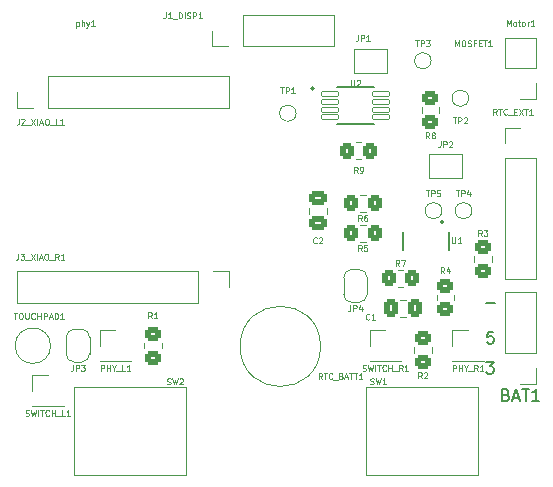
<source format=gto>
G04 #@! TF.GenerationSoftware,KiCad,Pcbnew,(6.0.0-0)*
G04 #@! TF.CreationDate,2022-02-18T10:32:57-06:00*
G04 #@! TF.ProjectId,PhysarumV1,50687973-6172-4756-9d56-312e6b696361,rev?*
G04 #@! TF.SameCoordinates,Original*
G04 #@! TF.FileFunction,Legend,Top*
G04 #@! TF.FilePolarity,Positive*
%FSLAX46Y46*%
G04 Gerber Fmt 4.6, Leading zero omitted, Abs format (unit mm)*
G04 Created by KiCad (PCBNEW (6.0.0-0)) date 2022-02-18 10:32:57*
%MOMM*%
%LPD*%
G01*
G04 APERTURE LIST*
G04 Aperture macros list*
%AMRoundRect*
0 Rectangle with rounded corners*
0 $1 Rounding radius*
0 $2 $3 $4 $5 $6 $7 $8 $9 X,Y pos of 4 corners*
0 Add a 4 corners polygon primitive as box body*
4,1,4,$2,$3,$4,$5,$6,$7,$8,$9,$2,$3,0*
0 Add four circle primitives for the rounded corners*
1,1,$1+$1,$2,$3*
1,1,$1+$1,$4,$5*
1,1,$1+$1,$6,$7*
1,1,$1+$1,$8,$9*
0 Add four rect primitives between the rounded corners*
20,1,$1+$1,$2,$3,$4,$5,0*
20,1,$1+$1,$4,$5,$6,$7,0*
20,1,$1+$1,$6,$7,$8,$9,0*
20,1,$1+$1,$8,$9,$2,$3,0*%
%AMFreePoly0*
4,1,22,0.500000,-0.750000,0.000000,-0.750000,0.000000,-0.745033,-0.079941,-0.743568,-0.215256,-0.701293,-0.333266,-0.622738,-0.424486,-0.514219,-0.481581,-0.384460,-0.499164,-0.250000,-0.500000,-0.250000,-0.500000,0.250000,-0.499164,0.250000,-0.499963,0.256109,-0.478152,0.396186,-0.417904,0.524511,-0.324060,0.630769,-0.204165,0.706417,-0.067858,0.745374,0.000000,0.744959,0.000000,0.750000,
0.500000,0.750000,0.500000,-0.750000,0.500000,-0.750000,$1*%
%AMFreePoly1*
4,1,20,0.000000,0.744959,0.073905,0.744508,0.209726,0.703889,0.328688,0.626782,0.421226,0.519385,0.479903,0.390333,0.500000,0.250000,0.500000,-0.250000,0.499851,-0.262216,0.476331,-0.402017,0.414519,-0.529596,0.319384,-0.634700,0.198574,-0.708877,0.061801,-0.746166,0.000000,-0.745033,0.000000,-0.750000,-0.500000,-0.750000,-0.500000,0.750000,0.000000,0.750000,0.000000,0.744959,
0.000000,0.744959,$1*%
G04 Aperture macros list end*
%ADD10C,0.150000*%
%ADD11C,0.100000*%
%ADD12C,0.125000*%
%ADD13C,0.120000*%
%ADD14C,0.050000*%
%ADD15C,0.127000*%
%ADD16C,0.200000*%
%ADD17R,0.600000X3.300000*%
%ADD18C,1.000000*%
%ADD19RoundRect,0.250000X0.350000X0.450000X-0.350000X0.450000X-0.350000X-0.450000X0.350000X-0.450000X0*%
%ADD20R,1.700000X1.700000*%
%ADD21O,1.700000X1.700000*%
%ADD22R,1.600000X1.600000*%
%ADD23C,1.500000*%
%ADD24R,1.800000X2.500000*%
%ADD25RoundRect,0.250000X0.337500X0.475000X-0.337500X0.475000X-0.337500X-0.475000X0.337500X-0.475000X0*%
%ADD26R,1.700000X2.200000*%
%ADD27RoundRect,0.250000X-0.350000X-0.450000X0.350000X-0.450000X0.350000X0.450000X-0.350000X0.450000X0*%
%ADD28C,2.100000*%
%ADD29RoundRect,0.250000X-0.450000X0.350000X-0.450000X-0.350000X0.450000X-0.350000X0.450000X0.350000X0*%
%ADD30R,1.000000X1.500000*%
%ADD31FreePoly0,270.000000*%
%ADD32FreePoly1,270.000000*%
%ADD33R,0.254000X0.203200*%
%ADD34R,0.254000X0.558800*%
%ADD35R,0.500000X0.800000*%
%ADD36FreePoly0,90.000000*%
%ADD37FreePoly1,90.000000*%
%ADD38RoundRect,0.250000X-0.475000X0.337500X-0.475000X-0.337500X0.475000X-0.337500X0.475000X0.337500X0*%
%ADD39RoundRect,0.250000X0.450000X-0.350000X0.450000X0.350000X-0.450000X0.350000X-0.450000X-0.350000X0*%
%ADD40RoundRect,0.028800X-0.706200X-0.211200X0.706200X-0.211200X0.706200X0.211200X-0.706200X0.211200X0*%
%ADD41C,2.000000*%
G04 APERTURE END LIST*
D10*
X40259047Y-31321428D02*
X41020952Y-31321428D01*
X40306666Y-36282380D02*
X40925714Y-36282380D01*
X40592380Y-36663333D01*
X40735238Y-36663333D01*
X40830476Y-36710952D01*
X40878095Y-36758571D01*
X40925714Y-36853809D01*
X40925714Y-37091904D01*
X40878095Y-37187142D01*
X40830476Y-37234761D01*
X40735238Y-37282380D01*
X40449523Y-37282380D01*
X40354285Y-37234761D01*
X40306666Y-37187142D01*
X40878095Y-33742380D02*
X40401904Y-33742380D01*
X40354285Y-34218571D01*
X40401904Y-34170952D01*
X40497142Y-34123333D01*
X40735238Y-34123333D01*
X40830476Y-34170952D01*
X40878095Y-34218571D01*
X40925714Y-34313809D01*
X40925714Y-34551904D01*
X40878095Y-34647142D01*
X40830476Y-34694761D01*
X40735238Y-34742380D01*
X40497142Y-34742380D01*
X40401904Y-34694761D01*
X40354285Y-34647142D01*
D11*
X5588095Y-7512857D02*
X5588095Y-8012857D01*
X5588095Y-7536666D02*
X5635714Y-7512857D01*
X5730952Y-7512857D01*
X5778571Y-7536666D01*
X5802380Y-7560476D01*
X5826190Y-7608095D01*
X5826190Y-7750952D01*
X5802380Y-7798571D01*
X5778571Y-7822380D01*
X5730952Y-7846190D01*
X5635714Y-7846190D01*
X5588095Y-7822380D01*
X6040476Y-7846190D02*
X6040476Y-7346190D01*
X6254761Y-7846190D02*
X6254761Y-7584285D01*
X6230952Y-7536666D01*
X6183333Y-7512857D01*
X6111904Y-7512857D01*
X6064285Y-7536666D01*
X6040476Y-7560476D01*
X6445238Y-7512857D02*
X6564285Y-7846190D01*
X6683333Y-7512857D02*
X6564285Y-7846190D01*
X6516666Y-7965238D01*
X6492857Y-7989047D01*
X6445238Y-8012857D01*
X7135714Y-7846190D02*
X6850000Y-7846190D01*
X6992857Y-7846190D02*
X6992857Y-7346190D01*
X6945238Y-7417619D01*
X6897619Y-7465238D01*
X6850000Y-7489047D01*
X26380476Y-37746190D02*
X26213809Y-37508095D01*
X26094761Y-37746190D02*
X26094761Y-37246190D01*
X26285238Y-37246190D01*
X26332857Y-37270000D01*
X26356666Y-37293809D01*
X26380476Y-37341428D01*
X26380476Y-37412857D01*
X26356666Y-37460476D01*
X26332857Y-37484285D01*
X26285238Y-37508095D01*
X26094761Y-37508095D01*
X26523333Y-37246190D02*
X26809047Y-37246190D01*
X26666190Y-37746190D02*
X26666190Y-37246190D01*
X27261428Y-37698571D02*
X27237619Y-37722380D01*
X27166190Y-37746190D01*
X27118571Y-37746190D01*
X27047142Y-37722380D01*
X26999523Y-37674761D01*
X26975714Y-37627142D01*
X26951904Y-37531904D01*
X26951904Y-37460476D01*
X26975714Y-37365238D01*
X26999523Y-37317619D01*
X27047142Y-37270000D01*
X27118571Y-37246190D01*
X27166190Y-37246190D01*
X27237619Y-37270000D01*
X27261428Y-37293809D01*
X27356666Y-37793809D02*
X27737619Y-37793809D01*
X28023333Y-37484285D02*
X28094761Y-37508095D01*
X28118571Y-37531904D01*
X28142380Y-37579523D01*
X28142380Y-37650952D01*
X28118571Y-37698571D01*
X28094761Y-37722380D01*
X28047142Y-37746190D01*
X27856666Y-37746190D01*
X27856666Y-37246190D01*
X28023333Y-37246190D01*
X28070952Y-37270000D01*
X28094761Y-37293809D01*
X28118571Y-37341428D01*
X28118571Y-37389047D01*
X28094761Y-37436666D01*
X28070952Y-37460476D01*
X28023333Y-37484285D01*
X27856666Y-37484285D01*
X28332857Y-37603333D02*
X28570952Y-37603333D01*
X28285238Y-37746190D02*
X28451904Y-37246190D01*
X28618571Y-37746190D01*
X28713809Y-37246190D02*
X28999523Y-37246190D01*
X28856666Y-37746190D02*
X28856666Y-37246190D01*
X29094761Y-37246190D02*
X29380476Y-37246190D01*
X29237619Y-37746190D02*
X29237619Y-37246190D01*
X29809047Y-37746190D02*
X29523333Y-37746190D01*
X29666190Y-37746190D02*
X29666190Y-37246190D01*
X29618571Y-37317619D01*
X29570952Y-37365238D01*
X29523333Y-37389047D01*
X35199047Y-21773190D02*
X35484761Y-21773190D01*
X35341904Y-22273190D02*
X35341904Y-21773190D01*
X35651428Y-22273190D02*
X35651428Y-21773190D01*
X35841904Y-21773190D01*
X35889523Y-21797000D01*
X35913333Y-21820809D01*
X35937142Y-21868428D01*
X35937142Y-21939857D01*
X35913333Y-21987476D01*
X35889523Y-22011285D01*
X35841904Y-22035095D01*
X35651428Y-22035095D01*
X36389523Y-21773190D02*
X36151428Y-21773190D01*
X36127619Y-22011285D01*
X36151428Y-21987476D01*
X36199047Y-21963666D01*
X36318095Y-21963666D01*
X36365714Y-21987476D01*
X36389523Y-22011285D01*
X36413333Y-22058904D01*
X36413333Y-22177952D01*
X36389523Y-22225571D01*
X36365714Y-22249380D01*
X36318095Y-22273190D01*
X36199047Y-22273190D01*
X36151428Y-22249380D01*
X36127619Y-22225571D01*
X29761666Y-26896190D02*
X29595000Y-26658095D01*
X29475952Y-26896190D02*
X29475952Y-26396190D01*
X29666428Y-26396190D01*
X29714047Y-26420000D01*
X29737857Y-26443809D01*
X29761666Y-26491428D01*
X29761666Y-26562857D01*
X29737857Y-26610476D01*
X29714047Y-26634285D01*
X29666428Y-26658095D01*
X29475952Y-26658095D01*
X30214047Y-26396190D02*
X29975952Y-26396190D01*
X29952142Y-26634285D01*
X29975952Y-26610476D01*
X30023571Y-26586666D01*
X30142619Y-26586666D01*
X30190238Y-26610476D01*
X30214047Y-26634285D01*
X30237857Y-26681904D01*
X30237857Y-26800952D01*
X30214047Y-26848571D01*
X30190238Y-26872380D01*
X30142619Y-26896190D01*
X30023571Y-26896190D01*
X29975952Y-26872380D01*
X29952142Y-26848571D01*
X42025238Y-7846190D02*
X42025238Y-7346190D01*
X42191904Y-7703333D01*
X42358571Y-7346190D01*
X42358571Y-7846190D01*
X42668095Y-7846190D02*
X42620476Y-7822380D01*
X42596666Y-7798571D01*
X42572857Y-7750952D01*
X42572857Y-7608095D01*
X42596666Y-7560476D01*
X42620476Y-7536666D01*
X42668095Y-7512857D01*
X42739523Y-7512857D01*
X42787142Y-7536666D01*
X42810952Y-7560476D01*
X42834761Y-7608095D01*
X42834761Y-7750952D01*
X42810952Y-7798571D01*
X42787142Y-7822380D01*
X42739523Y-7846190D01*
X42668095Y-7846190D01*
X42977619Y-7512857D02*
X43168095Y-7512857D01*
X43049047Y-7346190D02*
X43049047Y-7774761D01*
X43072857Y-7822380D01*
X43120476Y-7846190D01*
X43168095Y-7846190D01*
X43406190Y-7846190D02*
X43358571Y-7822380D01*
X43334761Y-7798571D01*
X43310952Y-7750952D01*
X43310952Y-7608095D01*
X43334761Y-7560476D01*
X43358571Y-7536666D01*
X43406190Y-7512857D01*
X43477619Y-7512857D01*
X43525238Y-7536666D01*
X43549047Y-7560476D01*
X43572857Y-7608095D01*
X43572857Y-7750952D01*
X43549047Y-7798571D01*
X43525238Y-7822380D01*
X43477619Y-7846190D01*
X43406190Y-7846190D01*
X43787142Y-7846190D02*
X43787142Y-7512857D01*
X43787142Y-7608095D02*
X43810952Y-7560476D01*
X43834761Y-7536666D01*
X43882380Y-7512857D01*
X43930000Y-7512857D01*
X44358571Y-7846190D02*
X44072857Y-7846190D01*
X44215714Y-7846190D02*
X44215714Y-7346190D01*
X44168095Y-7417619D01*
X44120476Y-7465238D01*
X44072857Y-7489047D01*
X29821428Y-37032380D02*
X29892857Y-37056190D01*
X30011904Y-37056190D01*
X30059523Y-37032380D01*
X30083333Y-37008571D01*
X30107142Y-36960952D01*
X30107142Y-36913333D01*
X30083333Y-36865714D01*
X30059523Y-36841904D01*
X30011904Y-36818095D01*
X29916666Y-36794285D01*
X29869047Y-36770476D01*
X29845238Y-36746666D01*
X29821428Y-36699047D01*
X29821428Y-36651428D01*
X29845238Y-36603809D01*
X29869047Y-36580000D01*
X29916666Y-36556190D01*
X30035714Y-36556190D01*
X30107142Y-36580000D01*
X30273809Y-36556190D02*
X30392857Y-37056190D01*
X30488095Y-36699047D01*
X30583333Y-37056190D01*
X30702380Y-36556190D01*
X30892857Y-37056190D02*
X30892857Y-36556190D01*
X31059523Y-36556190D02*
X31345238Y-36556190D01*
X31202380Y-37056190D02*
X31202380Y-36556190D01*
X31797619Y-37008571D02*
X31773809Y-37032380D01*
X31702380Y-37056190D01*
X31654761Y-37056190D01*
X31583333Y-37032380D01*
X31535714Y-36984761D01*
X31511904Y-36937142D01*
X31488095Y-36841904D01*
X31488095Y-36770476D01*
X31511904Y-36675238D01*
X31535714Y-36627619D01*
X31583333Y-36580000D01*
X31654761Y-36556190D01*
X31702380Y-36556190D01*
X31773809Y-36580000D01*
X31797619Y-36603809D01*
X32011904Y-37056190D02*
X32011904Y-36556190D01*
X32011904Y-36794285D02*
X32297619Y-36794285D01*
X32297619Y-37056190D02*
X32297619Y-36556190D01*
X32416666Y-37103809D02*
X32797619Y-37103809D01*
X33202380Y-37056190D02*
X33035714Y-36818095D01*
X32916666Y-37056190D02*
X32916666Y-36556190D01*
X33107142Y-36556190D01*
X33154761Y-36580000D01*
X33178571Y-36603809D01*
X33202380Y-36651428D01*
X33202380Y-36722857D01*
X33178571Y-36770476D01*
X33154761Y-36794285D01*
X33107142Y-36818095D01*
X32916666Y-36818095D01*
X33678571Y-37056190D02*
X33392857Y-37056190D01*
X33535714Y-37056190D02*
X33535714Y-36556190D01*
X33488095Y-36627619D01*
X33440476Y-36675238D01*
X33392857Y-36699047D01*
X13273333Y-38172380D02*
X13344761Y-38196190D01*
X13463809Y-38196190D01*
X13511428Y-38172380D01*
X13535238Y-38148571D01*
X13559047Y-38100952D01*
X13559047Y-38053333D01*
X13535238Y-38005714D01*
X13511428Y-37981904D01*
X13463809Y-37958095D01*
X13368571Y-37934285D01*
X13320952Y-37910476D01*
X13297142Y-37886666D01*
X13273333Y-37839047D01*
X13273333Y-37791428D01*
X13297142Y-37743809D01*
X13320952Y-37720000D01*
X13368571Y-37696190D01*
X13487619Y-37696190D01*
X13559047Y-37720000D01*
X13725714Y-37696190D02*
X13844761Y-38196190D01*
X13940000Y-37839047D01*
X14035238Y-38196190D01*
X14154285Y-37696190D01*
X14320952Y-37743809D02*
X14344761Y-37720000D01*
X14392380Y-37696190D01*
X14511428Y-37696190D01*
X14559047Y-37720000D01*
X14582857Y-37743809D01*
X14606666Y-37791428D01*
X14606666Y-37839047D01*
X14582857Y-37910476D01*
X14297142Y-38196190D01*
X14606666Y-38196190D01*
X30396666Y-32663571D02*
X30372857Y-32687380D01*
X30301428Y-32711190D01*
X30253809Y-32711190D01*
X30182380Y-32687380D01*
X30134761Y-32639761D01*
X30110952Y-32592142D01*
X30087142Y-32496904D01*
X30087142Y-32425476D01*
X30110952Y-32330238D01*
X30134761Y-32282619D01*
X30182380Y-32235000D01*
X30253809Y-32211190D01*
X30301428Y-32211190D01*
X30372857Y-32235000D01*
X30396666Y-32258809D01*
X30872857Y-32711190D02*
X30587142Y-32711190D01*
X30730000Y-32711190D02*
X30730000Y-32211190D01*
X30682380Y-32282619D01*
X30634761Y-32330238D01*
X30587142Y-32354047D01*
X718571Y-15706190D02*
X718571Y-16063333D01*
X694761Y-16134761D01*
X647142Y-16182380D01*
X575714Y-16206190D01*
X528095Y-16206190D01*
X932857Y-15753809D02*
X956666Y-15730000D01*
X1004285Y-15706190D01*
X1123333Y-15706190D01*
X1170952Y-15730000D01*
X1194761Y-15753809D01*
X1218571Y-15801428D01*
X1218571Y-15849047D01*
X1194761Y-15920476D01*
X909047Y-16206190D01*
X1218571Y-16206190D01*
X1313809Y-16253809D02*
X1694761Y-16253809D01*
X1766190Y-15706190D02*
X2099523Y-16206190D01*
X2099523Y-15706190D02*
X1766190Y-16206190D01*
X2290000Y-16206190D02*
X2290000Y-15706190D01*
X2504285Y-16063333D02*
X2742380Y-16063333D01*
X2456666Y-16206190D02*
X2623333Y-15706190D01*
X2790000Y-16206190D01*
X3051904Y-15706190D02*
X3147142Y-15706190D01*
X3194761Y-15730000D01*
X3242380Y-15777619D01*
X3266190Y-15872857D01*
X3266190Y-16039523D01*
X3242380Y-16134761D01*
X3194761Y-16182380D01*
X3147142Y-16206190D01*
X3051904Y-16206190D01*
X3004285Y-16182380D01*
X2956666Y-16134761D01*
X2932857Y-16039523D01*
X2932857Y-15872857D01*
X2956666Y-15777619D01*
X3004285Y-15730000D01*
X3051904Y-15706190D01*
X3361428Y-16253809D02*
X3742380Y-16253809D01*
X4099523Y-16206190D02*
X3861428Y-16206190D01*
X3861428Y-15706190D01*
X4528095Y-16206190D02*
X4242380Y-16206190D01*
X4385238Y-16206190D02*
X4385238Y-15706190D01*
X4337619Y-15777619D01*
X4290000Y-15825238D01*
X4242380Y-15849047D01*
X32936666Y-28166190D02*
X32770000Y-27928095D01*
X32650952Y-28166190D02*
X32650952Y-27666190D01*
X32841428Y-27666190D01*
X32889047Y-27690000D01*
X32912857Y-27713809D01*
X32936666Y-27761428D01*
X32936666Y-27832857D01*
X32912857Y-27880476D01*
X32889047Y-27904285D01*
X32841428Y-27928095D01*
X32650952Y-27928095D01*
X33103333Y-27666190D02*
X33436666Y-27666190D01*
X33222380Y-28166190D01*
X37449285Y-37056190D02*
X37449285Y-36556190D01*
X37639761Y-36556190D01*
X37687380Y-36580000D01*
X37711190Y-36603809D01*
X37735000Y-36651428D01*
X37735000Y-36722857D01*
X37711190Y-36770476D01*
X37687380Y-36794285D01*
X37639761Y-36818095D01*
X37449285Y-36818095D01*
X37949285Y-37056190D02*
X37949285Y-36556190D01*
X37949285Y-36794285D02*
X38235000Y-36794285D01*
X38235000Y-37056190D02*
X38235000Y-36556190D01*
X38568333Y-36818095D02*
X38568333Y-37056190D01*
X38401666Y-36556190D02*
X38568333Y-36818095D01*
X38735000Y-36556190D01*
X38782619Y-37103809D02*
X39163571Y-37103809D01*
X39568333Y-37056190D02*
X39401666Y-36818095D01*
X39282619Y-37056190D02*
X39282619Y-36556190D01*
X39473095Y-36556190D01*
X39520714Y-36580000D01*
X39544523Y-36603809D01*
X39568333Y-36651428D01*
X39568333Y-36722857D01*
X39544523Y-36770476D01*
X39520714Y-36794285D01*
X39473095Y-36818095D01*
X39282619Y-36818095D01*
X40044523Y-37056190D02*
X39758809Y-37056190D01*
X39901666Y-37056190D02*
X39901666Y-36556190D01*
X39854047Y-36627619D01*
X39806428Y-36675238D01*
X39758809Y-36699047D01*
X11981666Y-32611190D02*
X11815000Y-32373095D01*
X11695952Y-32611190D02*
X11695952Y-32111190D01*
X11886428Y-32111190D01*
X11934047Y-32135000D01*
X11957857Y-32158809D01*
X11981666Y-32206428D01*
X11981666Y-32277857D01*
X11957857Y-32325476D01*
X11934047Y-32349285D01*
X11886428Y-32373095D01*
X11695952Y-32373095D01*
X12457857Y-32611190D02*
X12172142Y-32611190D01*
X12315000Y-32611190D02*
X12315000Y-32111190D01*
X12267380Y-32182619D01*
X12219761Y-32230238D01*
X12172142Y-32254047D01*
X30483333Y-38162380D02*
X30554761Y-38186190D01*
X30673809Y-38186190D01*
X30721428Y-38162380D01*
X30745238Y-38138571D01*
X30769047Y-38090952D01*
X30769047Y-38043333D01*
X30745238Y-37995714D01*
X30721428Y-37971904D01*
X30673809Y-37948095D01*
X30578571Y-37924285D01*
X30530952Y-37900476D01*
X30507142Y-37876666D01*
X30483333Y-37829047D01*
X30483333Y-37781428D01*
X30507142Y-37733809D01*
X30530952Y-37710000D01*
X30578571Y-37686190D01*
X30697619Y-37686190D01*
X30769047Y-37710000D01*
X30935714Y-37686190D02*
X31054761Y-38186190D01*
X31150000Y-37829047D01*
X31245238Y-38186190D01*
X31364285Y-37686190D01*
X31816666Y-38186190D02*
X31530952Y-38186190D01*
X31673809Y-38186190D02*
X31673809Y-37686190D01*
X31626190Y-37757619D01*
X31578571Y-37805238D01*
X31530952Y-37829047D01*
X36428333Y-17611190D02*
X36428333Y-17968333D01*
X36404523Y-18039761D01*
X36356904Y-18087380D01*
X36285476Y-18111190D01*
X36237857Y-18111190D01*
X36666428Y-18111190D02*
X36666428Y-17611190D01*
X36856904Y-17611190D01*
X36904523Y-17635000D01*
X36928333Y-17658809D01*
X36952142Y-17706428D01*
X36952142Y-17777857D01*
X36928333Y-17825476D01*
X36904523Y-17849285D01*
X36856904Y-17873095D01*
X36666428Y-17873095D01*
X37142619Y-17658809D02*
X37166428Y-17635000D01*
X37214047Y-17611190D01*
X37333095Y-17611190D01*
X37380714Y-17635000D01*
X37404523Y-17658809D01*
X37428333Y-17706428D01*
X37428333Y-17754047D01*
X37404523Y-17825476D01*
X37118809Y-18111190D01*
X37428333Y-18111190D01*
X670952Y-27136190D02*
X670952Y-27493333D01*
X647142Y-27564761D01*
X599523Y-27612380D01*
X528095Y-27636190D01*
X480476Y-27636190D01*
X861428Y-27136190D02*
X1170952Y-27136190D01*
X1004285Y-27326666D01*
X1075714Y-27326666D01*
X1123333Y-27350476D01*
X1147142Y-27374285D01*
X1170952Y-27421904D01*
X1170952Y-27540952D01*
X1147142Y-27588571D01*
X1123333Y-27612380D01*
X1075714Y-27636190D01*
X932857Y-27636190D01*
X885238Y-27612380D01*
X861428Y-27588571D01*
X1266190Y-27683809D02*
X1647142Y-27683809D01*
X1718571Y-27136190D02*
X2051904Y-27636190D01*
X2051904Y-27136190D02*
X1718571Y-27636190D01*
X2242380Y-27636190D02*
X2242380Y-27136190D01*
X2456666Y-27493333D02*
X2694761Y-27493333D01*
X2409047Y-27636190D02*
X2575714Y-27136190D01*
X2742380Y-27636190D01*
X3004285Y-27136190D02*
X3099523Y-27136190D01*
X3147142Y-27160000D01*
X3194761Y-27207619D01*
X3218571Y-27302857D01*
X3218571Y-27469523D01*
X3194761Y-27564761D01*
X3147142Y-27612380D01*
X3099523Y-27636190D01*
X3004285Y-27636190D01*
X2956666Y-27612380D01*
X2909047Y-27564761D01*
X2885238Y-27469523D01*
X2885238Y-27302857D01*
X2909047Y-27207619D01*
X2956666Y-27160000D01*
X3004285Y-27136190D01*
X3313809Y-27683809D02*
X3694761Y-27683809D01*
X4099523Y-27636190D02*
X3932857Y-27398095D01*
X3813809Y-27636190D02*
X3813809Y-27136190D01*
X4004285Y-27136190D01*
X4051904Y-27160000D01*
X4075714Y-27183809D01*
X4099523Y-27231428D01*
X4099523Y-27302857D01*
X4075714Y-27350476D01*
X4051904Y-27374285D01*
X4004285Y-27398095D01*
X3813809Y-27398095D01*
X4575714Y-27636190D02*
X4290000Y-27636190D01*
X4432857Y-27636190D02*
X4432857Y-27136190D01*
X4385238Y-27207619D01*
X4337619Y-27255238D01*
X4290000Y-27279047D01*
X5298333Y-36556190D02*
X5298333Y-36913333D01*
X5274523Y-36984761D01*
X5226904Y-37032380D01*
X5155476Y-37056190D01*
X5107857Y-37056190D01*
X5536428Y-37056190D02*
X5536428Y-36556190D01*
X5726904Y-36556190D01*
X5774523Y-36580000D01*
X5798333Y-36603809D01*
X5822142Y-36651428D01*
X5822142Y-36722857D01*
X5798333Y-36770476D01*
X5774523Y-36794285D01*
X5726904Y-36818095D01*
X5536428Y-36818095D01*
X5988809Y-36556190D02*
X6298333Y-36556190D01*
X6131666Y-36746666D01*
X6203095Y-36746666D01*
X6250714Y-36770476D01*
X6274523Y-36794285D01*
X6298333Y-36841904D01*
X6298333Y-36960952D01*
X6274523Y-37008571D01*
X6250714Y-37032380D01*
X6203095Y-37056190D01*
X6060238Y-37056190D01*
X6012619Y-37032380D01*
X5988809Y-37008571D01*
X37654285Y-9565190D02*
X37654285Y-9065190D01*
X37820952Y-9422333D01*
X37987619Y-9065190D01*
X37987619Y-9565190D01*
X38320952Y-9065190D02*
X38416190Y-9065190D01*
X38463809Y-9089000D01*
X38511428Y-9136619D01*
X38535238Y-9231857D01*
X38535238Y-9398523D01*
X38511428Y-9493761D01*
X38463809Y-9541380D01*
X38416190Y-9565190D01*
X38320952Y-9565190D01*
X38273333Y-9541380D01*
X38225714Y-9493761D01*
X38201904Y-9398523D01*
X38201904Y-9231857D01*
X38225714Y-9136619D01*
X38273333Y-9089000D01*
X38320952Y-9065190D01*
X38725714Y-9541380D02*
X38797142Y-9565190D01*
X38916190Y-9565190D01*
X38963809Y-9541380D01*
X38987619Y-9517571D01*
X39011428Y-9469952D01*
X39011428Y-9422333D01*
X38987619Y-9374714D01*
X38963809Y-9350904D01*
X38916190Y-9327095D01*
X38820952Y-9303285D01*
X38773333Y-9279476D01*
X38749523Y-9255666D01*
X38725714Y-9208047D01*
X38725714Y-9160428D01*
X38749523Y-9112809D01*
X38773333Y-9089000D01*
X38820952Y-9065190D01*
X38940000Y-9065190D01*
X39011428Y-9089000D01*
X39392380Y-9303285D02*
X39225714Y-9303285D01*
X39225714Y-9565190D02*
X39225714Y-9065190D01*
X39463809Y-9065190D01*
X39654285Y-9303285D02*
X39820952Y-9303285D01*
X39892380Y-9565190D02*
X39654285Y-9565190D01*
X39654285Y-9065190D01*
X39892380Y-9065190D01*
X40035238Y-9065190D02*
X40320952Y-9065190D01*
X40178095Y-9565190D02*
X40178095Y-9065190D01*
X40749523Y-9565190D02*
X40463809Y-9565190D01*
X40606666Y-9565190D02*
X40606666Y-9065190D01*
X40559047Y-9136619D01*
X40511428Y-9184238D01*
X40463809Y-9208047D01*
X37390447Y-25761190D02*
X37390447Y-26165952D01*
X37414257Y-26213571D01*
X37438066Y-26237380D01*
X37485685Y-26261190D01*
X37580923Y-26261190D01*
X37628542Y-26237380D01*
X37652352Y-26213571D01*
X37676161Y-26165952D01*
X37676161Y-25761190D01*
X38176161Y-26261190D02*
X37890447Y-26261190D01*
X38033304Y-26261190D02*
X38033304Y-25761190D01*
X37985685Y-25832619D01*
X37938066Y-25880238D01*
X37890447Y-25904047D01*
D12*
X41175952Y-15371190D02*
X41009285Y-15133095D01*
X40890238Y-15371190D02*
X40890238Y-14871190D01*
X41080714Y-14871190D01*
X41128333Y-14895000D01*
X41152142Y-14918809D01*
X41175952Y-14966428D01*
X41175952Y-15037857D01*
X41152142Y-15085476D01*
X41128333Y-15109285D01*
X41080714Y-15133095D01*
X40890238Y-15133095D01*
X41318809Y-14871190D02*
X41604523Y-14871190D01*
X41461666Y-15371190D02*
X41461666Y-14871190D01*
X42056904Y-15323571D02*
X42033095Y-15347380D01*
X41961666Y-15371190D01*
X41914047Y-15371190D01*
X41842619Y-15347380D01*
X41795000Y-15299761D01*
X41771190Y-15252142D01*
X41747380Y-15156904D01*
X41747380Y-15085476D01*
X41771190Y-14990238D01*
X41795000Y-14942619D01*
X41842619Y-14895000D01*
X41914047Y-14871190D01*
X41961666Y-14871190D01*
X42033095Y-14895000D01*
X42056904Y-14918809D01*
X42152142Y-15418809D02*
X42533095Y-15418809D01*
X42652142Y-15109285D02*
X42818809Y-15109285D01*
X42890238Y-15371190D02*
X42652142Y-15371190D01*
X42652142Y-14871190D01*
X42890238Y-14871190D01*
X43056904Y-14871190D02*
X43390238Y-15371190D01*
X43390238Y-14871190D02*
X43056904Y-15371190D01*
X43509285Y-14871190D02*
X43795000Y-14871190D01*
X43652142Y-15371190D02*
X43652142Y-14871190D01*
X44223571Y-15371190D02*
X43937857Y-15371190D01*
X44080714Y-15371190D02*
X44080714Y-14871190D01*
X44033095Y-14942619D01*
X43985476Y-14990238D01*
X43937857Y-15014047D01*
D11*
X37739047Y-21773190D02*
X38024761Y-21773190D01*
X37881904Y-22273190D02*
X37881904Y-21773190D01*
X38191428Y-22273190D02*
X38191428Y-21773190D01*
X38381904Y-21773190D01*
X38429523Y-21797000D01*
X38453333Y-21820809D01*
X38477142Y-21868428D01*
X38477142Y-21939857D01*
X38453333Y-21987476D01*
X38429523Y-22011285D01*
X38381904Y-22035095D01*
X38191428Y-22035095D01*
X38905714Y-21939857D02*
X38905714Y-22273190D01*
X38786666Y-21749380D02*
X38667619Y-22106523D01*
X38977142Y-22106523D01*
X28793333Y-31476190D02*
X28793333Y-31833333D01*
X28769523Y-31904761D01*
X28721904Y-31952380D01*
X28650476Y-31976190D01*
X28602857Y-31976190D01*
X29031428Y-31976190D02*
X29031428Y-31476190D01*
X29221904Y-31476190D01*
X29269523Y-31500000D01*
X29293333Y-31523809D01*
X29317142Y-31571428D01*
X29317142Y-31642857D01*
X29293333Y-31690476D01*
X29269523Y-31714285D01*
X29221904Y-31738095D01*
X29031428Y-31738095D01*
X29745714Y-31642857D02*
X29745714Y-31976190D01*
X29626666Y-31452380D02*
X29507619Y-31809523D01*
X29817142Y-31809523D01*
X29761666Y-24356190D02*
X29595000Y-24118095D01*
X29475952Y-24356190D02*
X29475952Y-23856190D01*
X29666428Y-23856190D01*
X29714047Y-23880000D01*
X29737857Y-23903809D01*
X29761666Y-23951428D01*
X29761666Y-24022857D01*
X29737857Y-24070476D01*
X29714047Y-24094285D01*
X29666428Y-24118095D01*
X29475952Y-24118095D01*
X30190238Y-23856190D02*
X30095000Y-23856190D01*
X30047380Y-23880000D01*
X30023571Y-23903809D01*
X29975952Y-23975238D01*
X29952142Y-24070476D01*
X29952142Y-24260952D01*
X29975952Y-24308571D01*
X29999761Y-24332380D01*
X30047380Y-24356190D01*
X30142619Y-24356190D01*
X30190238Y-24332380D01*
X30214047Y-24308571D01*
X30237857Y-24260952D01*
X30237857Y-24141904D01*
X30214047Y-24094285D01*
X30190238Y-24070476D01*
X30142619Y-24046666D01*
X30047380Y-24046666D01*
X29999761Y-24070476D01*
X29975952Y-24094285D01*
X29952142Y-24141904D01*
X25951666Y-26213571D02*
X25927857Y-26237380D01*
X25856428Y-26261190D01*
X25808809Y-26261190D01*
X25737380Y-26237380D01*
X25689761Y-26189761D01*
X25665952Y-26142142D01*
X25642142Y-26046904D01*
X25642142Y-25975476D01*
X25665952Y-25880238D01*
X25689761Y-25832619D01*
X25737380Y-25785000D01*
X25808809Y-25761190D01*
X25856428Y-25761190D01*
X25927857Y-25785000D01*
X25951666Y-25808809D01*
X26142142Y-25808809D02*
X26165952Y-25785000D01*
X26213571Y-25761190D01*
X26332619Y-25761190D01*
X26380238Y-25785000D01*
X26404047Y-25808809D01*
X26427857Y-25856428D01*
X26427857Y-25904047D01*
X26404047Y-25975476D01*
X26118333Y-26261190D01*
X26427857Y-26261190D01*
X7651904Y-37056190D02*
X7651904Y-36556190D01*
X7842380Y-36556190D01*
X7890000Y-36580000D01*
X7913809Y-36603809D01*
X7937619Y-36651428D01*
X7937619Y-36722857D01*
X7913809Y-36770476D01*
X7890000Y-36794285D01*
X7842380Y-36818095D01*
X7651904Y-36818095D01*
X8151904Y-37056190D02*
X8151904Y-36556190D01*
X8151904Y-36794285D02*
X8437619Y-36794285D01*
X8437619Y-37056190D02*
X8437619Y-36556190D01*
X8770952Y-36818095D02*
X8770952Y-37056190D01*
X8604285Y-36556190D02*
X8770952Y-36818095D01*
X8937619Y-36556190D01*
X8985238Y-37103809D02*
X9366190Y-37103809D01*
X9723333Y-37056190D02*
X9485238Y-37056190D01*
X9485238Y-36556190D01*
X10151904Y-37056190D02*
X9866190Y-37056190D01*
X10009047Y-37056190D02*
X10009047Y-36556190D01*
X9961428Y-36627619D01*
X9913809Y-36675238D01*
X9866190Y-36699047D01*
X39921666Y-25626190D02*
X39755000Y-25388095D01*
X39635952Y-25626190D02*
X39635952Y-25126190D01*
X39826428Y-25126190D01*
X39874047Y-25150000D01*
X39897857Y-25173809D01*
X39921666Y-25221428D01*
X39921666Y-25292857D01*
X39897857Y-25340476D01*
X39874047Y-25364285D01*
X39826428Y-25388095D01*
X39635952Y-25388095D01*
X40088333Y-25126190D02*
X40397857Y-25126190D01*
X40231190Y-25316666D01*
X40302619Y-25316666D01*
X40350238Y-25340476D01*
X40374047Y-25364285D01*
X40397857Y-25411904D01*
X40397857Y-25530952D01*
X40374047Y-25578571D01*
X40350238Y-25602380D01*
X40302619Y-25626190D01*
X40159761Y-25626190D01*
X40112142Y-25602380D01*
X40088333Y-25578571D01*
X34841666Y-37691190D02*
X34675000Y-37453095D01*
X34555952Y-37691190D02*
X34555952Y-37191190D01*
X34746428Y-37191190D01*
X34794047Y-37215000D01*
X34817857Y-37238809D01*
X34841666Y-37286428D01*
X34841666Y-37357857D01*
X34817857Y-37405476D01*
X34794047Y-37429285D01*
X34746428Y-37453095D01*
X34555952Y-37453095D01*
X35032142Y-37238809D02*
X35055952Y-37215000D01*
X35103571Y-37191190D01*
X35222619Y-37191190D01*
X35270238Y-37215000D01*
X35294047Y-37238809D01*
X35317857Y-37286428D01*
X35317857Y-37334047D01*
X35294047Y-37405476D01*
X35008333Y-37691190D01*
X35317857Y-37691190D01*
X1294047Y-40842380D02*
X1365476Y-40866190D01*
X1484523Y-40866190D01*
X1532142Y-40842380D01*
X1555952Y-40818571D01*
X1579761Y-40770952D01*
X1579761Y-40723333D01*
X1555952Y-40675714D01*
X1532142Y-40651904D01*
X1484523Y-40628095D01*
X1389285Y-40604285D01*
X1341666Y-40580476D01*
X1317857Y-40556666D01*
X1294047Y-40509047D01*
X1294047Y-40461428D01*
X1317857Y-40413809D01*
X1341666Y-40390000D01*
X1389285Y-40366190D01*
X1508333Y-40366190D01*
X1579761Y-40390000D01*
X1746428Y-40366190D02*
X1865476Y-40866190D01*
X1960714Y-40509047D01*
X2055952Y-40866190D01*
X2175000Y-40366190D01*
X2365476Y-40866190D02*
X2365476Y-40366190D01*
X2532142Y-40366190D02*
X2817857Y-40366190D01*
X2675000Y-40866190D02*
X2675000Y-40366190D01*
X3270238Y-40818571D02*
X3246428Y-40842380D01*
X3175000Y-40866190D01*
X3127380Y-40866190D01*
X3055952Y-40842380D01*
X3008333Y-40794761D01*
X2984523Y-40747142D01*
X2960714Y-40651904D01*
X2960714Y-40580476D01*
X2984523Y-40485238D01*
X3008333Y-40437619D01*
X3055952Y-40390000D01*
X3127380Y-40366190D01*
X3175000Y-40366190D01*
X3246428Y-40390000D01*
X3270238Y-40413809D01*
X3484523Y-40866190D02*
X3484523Y-40366190D01*
X3484523Y-40604285D02*
X3770238Y-40604285D01*
X3770238Y-40866190D02*
X3770238Y-40366190D01*
X3889285Y-40913809D02*
X4270238Y-40913809D01*
X4627380Y-40866190D02*
X4389285Y-40866190D01*
X4389285Y-40366190D01*
X5055952Y-40866190D02*
X4770238Y-40866190D01*
X4913095Y-40866190D02*
X4913095Y-40366190D01*
X4865476Y-40437619D01*
X4817857Y-40485238D01*
X4770238Y-40509047D01*
X13152619Y-6711190D02*
X13152619Y-7068333D01*
X13128809Y-7139761D01*
X13081190Y-7187380D01*
X13009761Y-7211190D01*
X12962142Y-7211190D01*
X13652619Y-7211190D02*
X13366904Y-7211190D01*
X13509761Y-7211190D02*
X13509761Y-6711190D01*
X13462142Y-6782619D01*
X13414523Y-6830238D01*
X13366904Y-6854047D01*
X13747857Y-7258809D02*
X14128809Y-7258809D01*
X14247857Y-7211190D02*
X14247857Y-6711190D01*
X14366904Y-6711190D01*
X14438333Y-6735000D01*
X14485952Y-6782619D01*
X14509761Y-6830238D01*
X14533571Y-6925476D01*
X14533571Y-6996904D01*
X14509761Y-7092142D01*
X14485952Y-7139761D01*
X14438333Y-7187380D01*
X14366904Y-7211190D01*
X14247857Y-7211190D01*
X14747857Y-7211190D02*
X14747857Y-6711190D01*
X14962142Y-7187380D02*
X15033571Y-7211190D01*
X15152619Y-7211190D01*
X15200238Y-7187380D01*
X15224047Y-7163571D01*
X15247857Y-7115952D01*
X15247857Y-7068333D01*
X15224047Y-7020714D01*
X15200238Y-6996904D01*
X15152619Y-6973095D01*
X15057380Y-6949285D01*
X15009761Y-6925476D01*
X14985952Y-6901666D01*
X14962142Y-6854047D01*
X14962142Y-6806428D01*
X14985952Y-6758809D01*
X15009761Y-6735000D01*
X15057380Y-6711190D01*
X15176428Y-6711190D01*
X15247857Y-6735000D01*
X15462142Y-7211190D02*
X15462142Y-6711190D01*
X15652619Y-6711190D01*
X15700238Y-6735000D01*
X15724047Y-6758809D01*
X15747857Y-6806428D01*
X15747857Y-6877857D01*
X15724047Y-6925476D01*
X15700238Y-6949285D01*
X15652619Y-6973095D01*
X15462142Y-6973095D01*
X16224047Y-7211190D02*
X15938333Y-7211190D01*
X16081190Y-7211190D02*
X16081190Y-6711190D01*
X16033571Y-6782619D01*
X15985952Y-6830238D01*
X15938333Y-6854047D01*
X36746666Y-28801190D02*
X36580000Y-28563095D01*
X36460952Y-28801190D02*
X36460952Y-28301190D01*
X36651428Y-28301190D01*
X36699047Y-28325000D01*
X36722857Y-28348809D01*
X36746666Y-28396428D01*
X36746666Y-28467857D01*
X36722857Y-28515476D01*
X36699047Y-28539285D01*
X36651428Y-28563095D01*
X36460952Y-28563095D01*
X37175238Y-28467857D02*
X37175238Y-28801190D01*
X37056190Y-28277380D02*
X36937142Y-28634523D01*
X37246666Y-28634523D01*
D10*
X41965714Y-39073571D02*
X42108571Y-39121190D01*
X42156190Y-39168809D01*
X42203809Y-39264047D01*
X42203809Y-39406904D01*
X42156190Y-39502142D01*
X42108571Y-39549761D01*
X42013333Y-39597380D01*
X41632380Y-39597380D01*
X41632380Y-38597380D01*
X41965714Y-38597380D01*
X42060952Y-38645000D01*
X42108571Y-38692619D01*
X42156190Y-38787857D01*
X42156190Y-38883095D01*
X42108571Y-38978333D01*
X42060952Y-39025952D01*
X41965714Y-39073571D01*
X41632380Y-39073571D01*
X42584761Y-39311666D02*
X43060952Y-39311666D01*
X42489523Y-39597380D02*
X42822857Y-38597380D01*
X43156190Y-39597380D01*
X43346666Y-38597380D02*
X43918095Y-38597380D01*
X43632380Y-39597380D02*
X43632380Y-38597380D01*
X44775238Y-39597380D02*
X44203809Y-39597380D01*
X44489523Y-39597380D02*
X44489523Y-38597380D01*
X44394285Y-38740238D01*
X44299047Y-38835476D01*
X44203809Y-38883095D01*
D11*
X37469047Y-15601190D02*
X37754761Y-15601190D01*
X37611904Y-16101190D02*
X37611904Y-15601190D01*
X37921428Y-16101190D02*
X37921428Y-15601190D01*
X38111904Y-15601190D01*
X38159523Y-15625000D01*
X38183333Y-15648809D01*
X38207142Y-15696428D01*
X38207142Y-15767857D01*
X38183333Y-15815476D01*
X38159523Y-15839285D01*
X38111904Y-15863095D01*
X37921428Y-15863095D01*
X38397619Y-15648809D02*
X38421428Y-15625000D01*
X38469047Y-15601190D01*
X38588095Y-15601190D01*
X38635714Y-15625000D01*
X38659523Y-15648809D01*
X38683333Y-15696428D01*
X38683333Y-15744047D01*
X38659523Y-15815476D01*
X38373809Y-16101190D01*
X38683333Y-16101190D01*
X28829047Y-12426190D02*
X28829047Y-12830952D01*
X28852857Y-12878571D01*
X28876666Y-12902380D01*
X28924285Y-12926190D01*
X29019523Y-12926190D01*
X29067142Y-12902380D01*
X29090952Y-12878571D01*
X29114761Y-12830952D01*
X29114761Y-12426190D01*
X29329047Y-12473809D02*
X29352857Y-12450000D01*
X29400476Y-12426190D01*
X29519523Y-12426190D01*
X29567142Y-12450000D01*
X29590952Y-12473809D01*
X29614761Y-12521428D01*
X29614761Y-12569047D01*
X29590952Y-12640476D01*
X29305238Y-12926190D01*
X29614761Y-12926190D01*
X34294047Y-9073190D02*
X34579761Y-9073190D01*
X34436904Y-9573190D02*
X34436904Y-9073190D01*
X34746428Y-9573190D02*
X34746428Y-9073190D01*
X34936904Y-9073190D01*
X34984523Y-9097000D01*
X35008333Y-9120809D01*
X35032142Y-9168428D01*
X35032142Y-9239857D01*
X35008333Y-9287476D01*
X34984523Y-9311285D01*
X34936904Y-9335095D01*
X34746428Y-9335095D01*
X35198809Y-9073190D02*
X35508333Y-9073190D01*
X35341666Y-9263666D01*
X35413095Y-9263666D01*
X35460714Y-9287476D01*
X35484523Y-9311285D01*
X35508333Y-9358904D01*
X35508333Y-9477952D01*
X35484523Y-9525571D01*
X35460714Y-9549380D01*
X35413095Y-9573190D01*
X35270238Y-9573190D01*
X35222619Y-9549380D01*
X35198809Y-9525571D01*
X29396666Y-20291190D02*
X29230000Y-20053095D01*
X29110952Y-20291190D02*
X29110952Y-19791190D01*
X29301428Y-19791190D01*
X29349047Y-19815000D01*
X29372857Y-19838809D01*
X29396666Y-19886428D01*
X29396666Y-19957857D01*
X29372857Y-20005476D01*
X29349047Y-20029285D01*
X29301428Y-20053095D01*
X29110952Y-20053095D01*
X29634761Y-20291190D02*
X29730000Y-20291190D01*
X29777619Y-20267380D01*
X29801428Y-20243571D01*
X29849047Y-20172142D01*
X29872857Y-20076904D01*
X29872857Y-19886428D01*
X29849047Y-19838809D01*
X29825238Y-19815000D01*
X29777619Y-19791190D01*
X29682380Y-19791190D01*
X29634761Y-19815000D01*
X29610952Y-19838809D01*
X29587142Y-19886428D01*
X29587142Y-20005476D01*
X29610952Y-20053095D01*
X29634761Y-20076904D01*
X29682380Y-20100714D01*
X29777619Y-20100714D01*
X29825238Y-20076904D01*
X29849047Y-20053095D01*
X29872857Y-20005476D01*
X289047Y-32156190D02*
X574761Y-32156190D01*
X431904Y-32656190D02*
X431904Y-32156190D01*
X836666Y-32156190D02*
X931904Y-32156190D01*
X979523Y-32180000D01*
X1027142Y-32227619D01*
X1050952Y-32322857D01*
X1050952Y-32489523D01*
X1027142Y-32584761D01*
X979523Y-32632380D01*
X931904Y-32656190D01*
X836666Y-32656190D01*
X789047Y-32632380D01*
X741428Y-32584761D01*
X717619Y-32489523D01*
X717619Y-32322857D01*
X741428Y-32227619D01*
X789047Y-32180000D01*
X836666Y-32156190D01*
X1265238Y-32156190D02*
X1265238Y-32560952D01*
X1289047Y-32608571D01*
X1312857Y-32632380D01*
X1360476Y-32656190D01*
X1455714Y-32656190D01*
X1503333Y-32632380D01*
X1527142Y-32608571D01*
X1550952Y-32560952D01*
X1550952Y-32156190D01*
X2074761Y-32608571D02*
X2050952Y-32632380D01*
X1979523Y-32656190D01*
X1931904Y-32656190D01*
X1860476Y-32632380D01*
X1812857Y-32584761D01*
X1789047Y-32537142D01*
X1765238Y-32441904D01*
X1765238Y-32370476D01*
X1789047Y-32275238D01*
X1812857Y-32227619D01*
X1860476Y-32180000D01*
X1931904Y-32156190D01*
X1979523Y-32156190D01*
X2050952Y-32180000D01*
X2074761Y-32203809D01*
X2289047Y-32656190D02*
X2289047Y-32156190D01*
X2289047Y-32394285D02*
X2574761Y-32394285D01*
X2574761Y-32656190D02*
X2574761Y-32156190D01*
X2812857Y-32656190D02*
X2812857Y-32156190D01*
X3003333Y-32156190D01*
X3050952Y-32180000D01*
X3074761Y-32203809D01*
X3098571Y-32251428D01*
X3098571Y-32322857D01*
X3074761Y-32370476D01*
X3050952Y-32394285D01*
X3003333Y-32418095D01*
X2812857Y-32418095D01*
X3289047Y-32513333D02*
X3527142Y-32513333D01*
X3241428Y-32656190D02*
X3408095Y-32156190D01*
X3574761Y-32656190D01*
X3741428Y-32656190D02*
X3741428Y-32156190D01*
X3860476Y-32156190D01*
X3931904Y-32180000D01*
X3979523Y-32227619D01*
X4003333Y-32275238D01*
X4027142Y-32370476D01*
X4027142Y-32441904D01*
X4003333Y-32537142D01*
X3979523Y-32584761D01*
X3931904Y-32632380D01*
X3860476Y-32656190D01*
X3741428Y-32656190D01*
X4503333Y-32656190D02*
X4217619Y-32656190D01*
X4360476Y-32656190D02*
X4360476Y-32156190D01*
X4312857Y-32227619D01*
X4265238Y-32275238D01*
X4217619Y-32299047D01*
X22864047Y-13061190D02*
X23149761Y-13061190D01*
X23006904Y-13561190D02*
X23006904Y-13061190D01*
X23316428Y-13561190D02*
X23316428Y-13061190D01*
X23506904Y-13061190D01*
X23554523Y-13085000D01*
X23578333Y-13108809D01*
X23602142Y-13156428D01*
X23602142Y-13227857D01*
X23578333Y-13275476D01*
X23554523Y-13299285D01*
X23506904Y-13323095D01*
X23316428Y-13323095D01*
X24078333Y-13561190D02*
X23792619Y-13561190D01*
X23935476Y-13561190D02*
X23935476Y-13061190D01*
X23887857Y-13132619D01*
X23840238Y-13180238D01*
X23792619Y-13204047D01*
X35476666Y-17371190D02*
X35310000Y-17133095D01*
X35190952Y-17371190D02*
X35190952Y-16871190D01*
X35381428Y-16871190D01*
X35429047Y-16895000D01*
X35452857Y-16918809D01*
X35476666Y-16966428D01*
X35476666Y-17037857D01*
X35452857Y-17085476D01*
X35429047Y-17109285D01*
X35381428Y-17133095D01*
X35190952Y-17133095D01*
X35762380Y-17085476D02*
X35714761Y-17061666D01*
X35690952Y-17037857D01*
X35667142Y-16990238D01*
X35667142Y-16966428D01*
X35690952Y-16918809D01*
X35714761Y-16895000D01*
X35762380Y-16871190D01*
X35857619Y-16871190D01*
X35905238Y-16895000D01*
X35929047Y-16918809D01*
X35952857Y-16966428D01*
X35952857Y-16990238D01*
X35929047Y-17037857D01*
X35905238Y-17061666D01*
X35857619Y-17085476D01*
X35762380Y-17085476D01*
X35714761Y-17109285D01*
X35690952Y-17133095D01*
X35667142Y-17180714D01*
X35667142Y-17275952D01*
X35690952Y-17323571D01*
X35714761Y-17347380D01*
X35762380Y-17371190D01*
X35857619Y-17371190D01*
X35905238Y-17347380D01*
X35929047Y-17323571D01*
X35952857Y-17275952D01*
X35952857Y-17180714D01*
X35929047Y-17133095D01*
X35905238Y-17109285D01*
X35857619Y-17085476D01*
X29428333Y-8616190D02*
X29428333Y-8973333D01*
X29404523Y-9044761D01*
X29356904Y-9092380D01*
X29285476Y-9116190D01*
X29237857Y-9116190D01*
X29666428Y-9116190D02*
X29666428Y-8616190D01*
X29856904Y-8616190D01*
X29904523Y-8640000D01*
X29928333Y-8663809D01*
X29952142Y-8711428D01*
X29952142Y-8782857D01*
X29928333Y-8830476D01*
X29904523Y-8854285D01*
X29856904Y-8878095D01*
X29666428Y-8878095D01*
X30428333Y-9116190D02*
X30142619Y-9116190D01*
X30285476Y-9116190D02*
X30285476Y-8616190D01*
X30237857Y-8687619D01*
X30190238Y-8735238D01*
X30142619Y-8759047D01*
D13*
X26260000Y-34980000D02*
G75*
G03*
X26260000Y-34980000I-3400000J0D01*
G01*
X36530000Y-23495000D02*
G75*
G03*
X36530000Y-23495000I-700000J0D01*
G01*
X30072064Y-24665000D02*
X29617936Y-24665000D01*
X30072064Y-26135000D02*
X29617936Y-26135000D01*
X44510000Y-14035000D02*
X43180000Y-14035000D01*
X41850000Y-11435000D02*
X41850000Y-8835000D01*
X44510000Y-8835000D02*
X41850000Y-8835000D01*
X44510000Y-11435000D02*
X44510000Y-8835000D01*
X44510000Y-11435000D02*
X41850000Y-11435000D01*
X44510000Y-12705000D02*
X44510000Y-14035000D01*
X30420000Y-34925000D02*
X30420000Y-33595000D01*
X30420000Y-36195000D02*
X30420000Y-36255000D01*
X33080000Y-36195000D02*
X33080000Y-36255000D01*
X30420000Y-36195000D02*
X33080000Y-36195000D01*
X30420000Y-36255000D02*
X33080000Y-36255000D01*
X30420000Y-33595000D02*
X31750000Y-33595000D01*
D14*
X14860000Y-45880000D02*
X5360000Y-45880000D01*
X5360000Y-45880000D02*
X5360000Y-38380000D01*
X5360000Y-38380000D02*
X14860000Y-38380000D01*
X14860000Y-38380000D02*
X14860000Y-45880000D01*
D13*
X33513752Y-31015000D02*
X32991248Y-31015000D01*
X33513752Y-32485000D02*
X32991248Y-32485000D01*
X18472500Y-14770000D02*
X18472500Y-12110000D01*
X3172500Y-14770000D02*
X18472500Y-14770000D01*
X3172500Y-12110000D02*
X18472500Y-12110000D01*
X1902500Y-14770000D02*
X572500Y-14770000D01*
X3172500Y-14770000D02*
X3172500Y-12110000D01*
X572500Y-14770000D02*
X572500Y-13440000D01*
X32792936Y-28475000D02*
X33247064Y-28475000D01*
X32792936Y-29945000D02*
X33247064Y-29945000D01*
X37405000Y-36195000D02*
X37405000Y-36255000D01*
X40065000Y-36195000D02*
X40065000Y-36255000D01*
X37405000Y-36195000D02*
X40065000Y-36195000D01*
X37405000Y-33595000D02*
X38735000Y-33595000D01*
X37405000Y-36255000D02*
X40065000Y-36255000D01*
X37405000Y-34925000D02*
X37405000Y-33595000D01*
X12800000Y-34697936D02*
X12800000Y-35152064D01*
X11330000Y-34697936D02*
X11330000Y-35152064D01*
D14*
X39625000Y-45880000D02*
X30125000Y-45880000D01*
X30125000Y-45880000D02*
X30125000Y-38380000D01*
X30125000Y-38380000D02*
X39625000Y-38380000D01*
X39625000Y-38380000D02*
X39625000Y-45880000D01*
D13*
X35445000Y-18685000D02*
X38245000Y-18685000D01*
X35445000Y-20685000D02*
X35445000Y-18685000D01*
X38245000Y-18685000D02*
X38245000Y-20685000D01*
X38245000Y-20685000D02*
X35445000Y-20685000D01*
X18477500Y-28620000D02*
X18477500Y-29950000D01*
X15877500Y-28620000D02*
X577500Y-28620000D01*
X15877500Y-31280000D02*
X577500Y-31280000D01*
X15877500Y-28620000D02*
X15877500Y-31280000D01*
X17147500Y-28620000D02*
X18477500Y-28620000D01*
X577500Y-28620000D02*
X577500Y-31280000D01*
X6715000Y-34210000D02*
X6715000Y-35610000D01*
X5415000Y-33510000D02*
X6015000Y-33510000D01*
X4715000Y-35610000D02*
X4715000Y-34210000D01*
X6015000Y-36310000D02*
X5415000Y-36310000D01*
X6715000Y-34210000D02*
G75*
G03*
X6015000Y-33510000I-699999J1D01*
G01*
X5415000Y-33510000D02*
G75*
G03*
X4715000Y-34210000I-1J-699999D01*
G01*
X4715000Y-35610000D02*
G75*
G03*
X5415000Y-36310000I699999J-1D01*
G01*
X6015000Y-36310000D02*
G75*
G03*
X6715000Y-35610000I1J699999D01*
G01*
D15*
X33275000Y-25285000D02*
X33275000Y-26785000D01*
X37115000Y-25285000D02*
X37115000Y-26785000D01*
D16*
X36650000Y-24460000D02*
G75*
G03*
X36650000Y-24460000I-100000J0D01*
G01*
D13*
X41850000Y-19050000D02*
X44510000Y-19050000D01*
X44510000Y-19050000D02*
X44510000Y-29270000D01*
X41850000Y-19050000D02*
X41850000Y-29270000D01*
X41850000Y-29270000D02*
X44510000Y-29270000D01*
X41850000Y-16450000D02*
X43180000Y-16450000D01*
X41850000Y-17780000D02*
X41850000Y-16450000D01*
X39070000Y-23495000D02*
G75*
G03*
X39070000Y-23495000I-700000J0D01*
G01*
X28210000Y-30560000D02*
X28210000Y-29160000D01*
X28910000Y-28460000D02*
X29510000Y-28460000D01*
X29510000Y-31260000D02*
X28910000Y-31260000D01*
X30210000Y-29160000D02*
X30210000Y-30560000D01*
X30210000Y-29160000D02*
G75*
G03*
X29510000Y-28460000I-699999J1D01*
G01*
X28210000Y-30560000D02*
G75*
G03*
X28910000Y-31260000I699999J-1D01*
G01*
X28910000Y-28460000D02*
G75*
G03*
X28210000Y-29160000I-1J-699999D01*
G01*
X29510000Y-31260000D02*
G75*
G03*
X30210000Y-30560000I1J699999D01*
G01*
X30072064Y-22125000D02*
X29617936Y-22125000D01*
X30072064Y-23595000D02*
X29617936Y-23595000D01*
X25300000Y-23233748D02*
X25300000Y-23756252D01*
X26770000Y-23233748D02*
X26770000Y-23756252D01*
X7560000Y-36255000D02*
X10220000Y-36255000D01*
X7560000Y-34925000D02*
X7560000Y-33595000D01*
X7560000Y-36195000D02*
X7560000Y-36255000D01*
X10220000Y-36195000D02*
X10220000Y-36255000D01*
X7560000Y-33595000D02*
X8890000Y-33595000D01*
X7560000Y-36195000D02*
X10220000Y-36195000D01*
X39270000Y-27347936D02*
X39270000Y-27802064D01*
X40740000Y-27347936D02*
X40740000Y-27802064D01*
X35660000Y-35517064D02*
X35660000Y-35062936D01*
X34190000Y-35517064D02*
X34190000Y-35062936D01*
X1845000Y-40005000D02*
X4505000Y-40005000D01*
X1845000Y-37405000D02*
X3175000Y-37405000D01*
X1845000Y-40005000D02*
X1845000Y-40065000D01*
X4505000Y-40005000D02*
X4505000Y-40065000D01*
X1845000Y-40065000D02*
X4505000Y-40065000D01*
X1845000Y-38735000D02*
X1845000Y-37405000D01*
X18425000Y-9585000D02*
X17095000Y-9585000D01*
X27375000Y-9585000D02*
X27375000Y-6925000D01*
X17095000Y-9585000D02*
X17095000Y-8255000D01*
X19695000Y-6925000D02*
X27375000Y-6925000D01*
X19695000Y-9585000D02*
X27375000Y-9585000D01*
X19695000Y-9585000D02*
X19695000Y-6925000D01*
X36095000Y-30617936D02*
X36095000Y-31072064D01*
X37565000Y-30617936D02*
X37565000Y-31072064D01*
X44510000Y-30405000D02*
X41850000Y-30405000D01*
X44510000Y-35545000D02*
X44510000Y-30405000D01*
X44510000Y-38145000D02*
X43180000Y-38145000D01*
X44510000Y-36815000D02*
X44510000Y-38145000D01*
X44510000Y-35545000D02*
X41850000Y-35545000D01*
X41850000Y-35545000D02*
X41850000Y-30405000D01*
X38800000Y-13970000D02*
G75*
G03*
X38800000Y-13970000I-700000J0D01*
G01*
D15*
X27660000Y-16155000D02*
X30760000Y-16155000D01*
X27660000Y-13055000D02*
X30760000Y-13055000D01*
D16*
X25690000Y-13150000D02*
G75*
G03*
X25690000Y-13150000I-100000J0D01*
G01*
D13*
X35625000Y-10795000D02*
G75*
G03*
X35625000Y-10795000I-700000J0D01*
G01*
X29707064Y-17680000D02*
X29252936Y-17680000D01*
X29707064Y-19150000D02*
X29252936Y-19150000D01*
X3405000Y-34925000D02*
G75*
G03*
X3405000Y-34925000I-1500000J0D01*
G01*
X24195000Y-15240000D02*
G75*
G03*
X24195000Y-15240000I-700000J0D01*
G01*
X36295000Y-14742936D02*
X36295000Y-15197064D01*
X34825000Y-14742936D02*
X34825000Y-15197064D01*
X31880000Y-9795000D02*
X31880000Y-11795000D01*
X31880000Y-11795000D02*
X29080000Y-11795000D01*
X29080000Y-9795000D02*
X31880000Y-9795000D01*
X29080000Y-11795000D02*
X29080000Y-9795000D01*
%LPC*%
D17*
X23660000Y-29900000D03*
X22160000Y-29900000D03*
D18*
X35830000Y-23495000D03*
D19*
X30845000Y-25400000D03*
X28845000Y-25400000D03*
D20*
X43180000Y-12705000D03*
D21*
X43180000Y-10165000D03*
D20*
X31750000Y-34925000D03*
D22*
X13810000Y-43380000D03*
D23*
X10160000Y-44630000D03*
X10160000Y-42030000D03*
D22*
X6460000Y-43380000D03*
D24*
X11910000Y-39880000D03*
X8410000Y-39880000D03*
D25*
X34290000Y-31750000D03*
X32215000Y-31750000D03*
D26*
X1902500Y-13440000D03*
X4442500Y-13440000D03*
X6982500Y-13440000D03*
X9522500Y-13440000D03*
X12062500Y-13440000D03*
X14602500Y-13440000D03*
X17142500Y-13440000D03*
D27*
X32020000Y-29210000D03*
X34020000Y-29210000D03*
D28*
X2540000Y-8890000D03*
D20*
X38735000Y-34925000D03*
D29*
X12065000Y-33925000D03*
X12065000Y-35925000D03*
D22*
X38575000Y-43380000D03*
D23*
X34925000Y-42030000D03*
D22*
X31225000Y-43380000D03*
D23*
X34925000Y-44630000D03*
D24*
X36675000Y-39880000D03*
X33175000Y-39880000D03*
D30*
X36195000Y-19685000D03*
X37495000Y-19685000D03*
D26*
X17147500Y-29950000D03*
X14607500Y-29950000D03*
X12067500Y-29950000D03*
X9527500Y-29950000D03*
X6987500Y-29950000D03*
X4447500Y-29950000D03*
X1907500Y-29950000D03*
D31*
X5715000Y-34260000D03*
D32*
X5715000Y-35560000D03*
D33*
X38481000Y-10619999D03*
X38481000Y-10970001D03*
D34*
X38989000Y-10795000D03*
D35*
X36545000Y-25435000D03*
X35645000Y-25435000D03*
X34745000Y-25435000D03*
X33845000Y-25435000D03*
X33845000Y-26635000D03*
X34745000Y-26635000D03*
X35645000Y-26635000D03*
X36545000Y-26635000D03*
D20*
X43180000Y-17780000D03*
D21*
X43180000Y-20320000D03*
X43180000Y-22860000D03*
X43180000Y-25400000D03*
X43180000Y-27940000D03*
D18*
X38370000Y-23495000D03*
D36*
X29210000Y-30510000D03*
D37*
X29210000Y-29210000D03*
D19*
X30845000Y-22860000D03*
X28845000Y-22860000D03*
D38*
X26035000Y-22457500D03*
X26035000Y-24532500D03*
D20*
X8890000Y-34925000D03*
D29*
X40005000Y-26575000D03*
X40005000Y-28575000D03*
D39*
X34925000Y-36290000D03*
X34925000Y-34290000D03*
D28*
X42545000Y-43180000D03*
D20*
X3175000Y-38735000D03*
X18425000Y-8255000D03*
D21*
X20965000Y-8255000D03*
X23505000Y-8255000D03*
X26045000Y-8255000D03*
D29*
X36830000Y-29845000D03*
X36830000Y-31845000D03*
D20*
X43180000Y-36815000D03*
D21*
X43180000Y-34275000D03*
X43180000Y-31735000D03*
D28*
X2540000Y-43180000D03*
D18*
X38100000Y-13970000D03*
D40*
X27060000Y-13630000D03*
X27060000Y-14280000D03*
X27060000Y-14930000D03*
X27060000Y-15580000D03*
X31360000Y-15580000D03*
X31360000Y-14930000D03*
X31360000Y-14280000D03*
X31360000Y-13630000D03*
D18*
X34925000Y-10795000D03*
D19*
X30480000Y-18415000D03*
X28480000Y-18415000D03*
D41*
X1905000Y-34925000D03*
D18*
X23495000Y-15240000D03*
D29*
X35560000Y-13970000D03*
X35560000Y-15970000D03*
D30*
X31130000Y-10795000D03*
X29830000Y-10795000D03*
M02*

</source>
